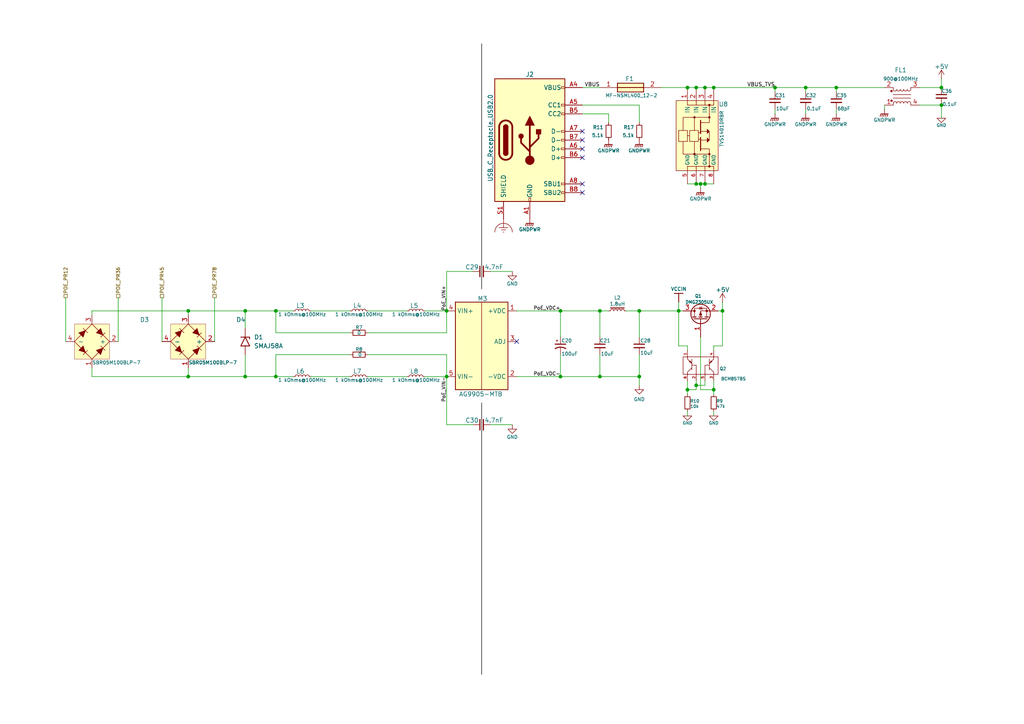
<source format=kicad_sch>
(kicad_sch (version 20250114) (generator "eeschema") (generator_version "9.0")
  (paper "A4")
  (lib_symbols
    (symbol "AG9905-MTB:AG9905-MTB"
      (property "Reference" "M" (at -4.318 3.81 0))
      (property "Value" "AG9905-MTB" (at -4.318 2.032 0))
      (symbol "AG9905-MTB_1_1"
        (rectangle (start -7.62 0) (end 7.62 -25.4) (stroke (width 0.254)) (fill (type background)))
        (polyline (pts (xy 0 0) (xy 0 -25.4)))
        (pin passive line (at -10.16 -2.54 0) (length 2.54) (name "VIN+") (number "4"))
        (pin passive line (at -10.16 -21.59 0) (length 2.54) (name "VIN-") (number "5"))
        (pin passive line (at 10.16 -2.54 180) (length 2.54) (name "+VDC") (number "1"))
        (pin passive line (at 10.16 -11.43 180) (length 2.54) (name "ADJ") (number "3"))
        (pin passive line (at 10.16 -21.59 180) (length 2.54) (name "-VDC") (number "2"))
      )
    )
    (symbol "Connector:USB_C_Receptacle_USB2.0" (pin_names (offset 1.016))
      (property "Reference" "J" (at -10.16 19.05 0))
      (property "Value" "USB_C_Receptacle_USB2.0" (at 19.05 19.05 0))
      (symbol "USB_C_Receptacle_USB2.0_0_0"
        (rectangle (start -0.254 -17.78) (end 0.254 -16.764))
        (rectangle (start 10.16 15.494) (end 9.144 14.986))
        (rectangle (start 10.16 10.414) (end 9.144 9.906))
        (rectangle (start 10.16 7.874) (end 9.144 7.366))
        (rectangle (start 10.16 2.794) (end 9.144 2.286))
        (rectangle (start 10.16 0.254) (end 9.144 -0.254))
        (rectangle (start 10.16 -2.286) (end 9.144 -2.794))
        (rectangle (start 10.16 -4.826) (end 9.144 -5.334))
        (rectangle (start 10.16 -12.446) (end 9.144 -12.954))
        (rectangle (start 10.16 -14.986) (end 9.144 -15.494))
      )
      (symbol "USB_C_Receptacle_USB2.0_0_1"
        (rectangle (start -10.16 17.78) (end 10.16 -17.78) (stroke (width 0.254)) (fill (type background)))
        (polyline (pts (xy -8.89 -3.81) (xy -8.89 3.81)) (stroke (width 0.508)))
        (rectangle (start -7.62 -3.81) (end -6.35 3.81) (stroke (width 0.254)) (fill (type outline)))
        (arc (start -7.62 3.81) (mid -6.985 4.4423) (end -6.35 3.81) (stroke (width 0.254)))
        (arc (start -7.62 3.81) (mid -6.985 4.4423) (end -6.35 3.81) (stroke (width 0.254)) (fill (type outline)))
        (arc (start -8.89 3.81) (mid -6.985 5.7067) (end -5.08 3.81) (stroke (width 0.508)))
        (arc (start -5.08 -3.81) (mid -6.985 -5.7067) (end -8.89 -3.81) (stroke (width 0.508)))
        (arc (start -6.35 -3.81) (mid -6.985 -4.4423) (end -7.62 -3.81) (stroke (width 0.254)))
        (arc (start -6.35 -3.81) (mid -6.985 -4.4423) (end -7.62 -3.81) (stroke (width 0.254)) (fill (type outline)))
        (polyline (pts (xy -5.08 3.81) (xy -5.08 -3.81)) (stroke (width 0.508)))
        (circle (center -2.54 1.143) (radius 0.635) (stroke (width 0.254)) (fill (type outline)))
        (polyline (pts (xy -1.27 4.318) (xy 0 6.858) (xy 1.27 4.318) (xy -1.27 4.318)) (stroke (width 0.254)) (fill (type outline)))
        (polyline (pts (xy 0 -2.032) (xy 2.54 0.508) (xy 2.54 1.778)) (stroke (width 0.508)))
        (polyline (pts (xy 0 -3.302) (xy -2.54 -0.762) (xy -2.54 0.508)) (stroke (width 0.508)))
        (polyline (pts (xy 0 -5.842) (xy 0 4.318)) (stroke (width 0.508)))
        (circle (center 0 -5.842) (radius 1.27) (fill (type outline)))
        (rectangle (start 1.905 1.778) (end 3.175 3.048) (stroke (width 0.254)) (fill (type outline)))
      )
      (symbol "USB_C_Receptacle_USB2.0_1_1"
        (pin passive line (at -7.62 -22.86 90) (length 5.08) (name "SHIELD") (number "S1"))
        (pin passive line (at 0 -22.86 90) (length 5.08) (name "GND") (number "A1"))
        (pin passive line (at 0 -22.86 90) (length 5.08) (hide yes) (name "GND") (number "A12"))
        (pin passive line (at 0 -22.86 90) (length 5.08) (hide yes) (name "GND") (number "B1"))
        (pin passive line (at 0 -22.86 90) (length 5.08) (hide yes) (name "GND") (number "B12"))
        (pin passive line (at 15.24 15.24 180) (length 5.08) (name "VBUS") (number "A4"))
        (pin passive line (at 15.24 15.24 180) (length 5.08) (hide yes) (name "VBUS") (number "A9"))
        (pin passive line (at 15.24 15.24 180) (length 5.08) (hide yes) (name "VBUS") (number "B4"))
        (pin passive line (at 15.24 15.24 180) (length 5.08) (hide yes) (name "VBUS") (number "B9"))
        (pin bidirectional line (at 15.24 10.16 180) (length 5.08) (name "CC1") (number "A5"))
        (pin bidirectional line (at 15.24 7.62 180) (length 5.08) (name "CC2") (number "B5"))
        (pin bidirectional line (at 15.24 2.54 180) (length 5.08) (name "D-") (number "A7"))
        (pin bidirectional line (at 15.24 0 180) (length 5.08) (name "D-") (number "B7"))
        (pin bidirectional line (at 15.24 -2.54 180) (length 5.08) (name "D+") (number "A6"))
        (pin bidirectional line (at 15.24 -5.08 180) (length 5.08) (name "D+") (number "B6"))
        (pin bidirectional line (at 15.24 -12.7 180) (length 5.08) (name "SBU1") (number "A8"))
        (pin bidirectional line (at 15.24 -15.24 180) (length 5.08) (name "SBU2") (number "B8"))
      )
    )
    (symbol "Device:C_Polarized_Small_US" (pin_numbers (hide yes)) (pin_names (offset 0.254) (hide yes))
      (property "Reference" "C" (at 0.254 1.778 0))
      (property "Value" "C_Polarized_Small_US" (at 0.254 -2.032 0))
      (symbol "C_Polarized_Small_US_0_1"
        (polyline (pts (xy -1.524 0.508) (xy 1.524 0.508)) (stroke (width 0.3048)))
        (polyline (pts (xy -1.27 1.524) (xy -0.762 1.524)))
        (polyline (pts (xy -1.016 1.27) (xy -1.016 1.778)))
        (arc (start -1.524 -0.762) (mid 0 -0.3734) (end 1.524 -0.762) (stroke (width 0.3048)))
      )
      (symbol "C_Polarized_Small_US_1_1"
        (pin passive line (at 0 2.54 270) (length 2.032) (name "~") (number "1"))
        (pin passive line (at 0 -2.54 90) (length 2.032) (name "~") (number "2"))
      )
    )
    (symbol "Device:C_Small" (pin_numbers (hide yes)) (pin_names (offset 0.254) (hide yes))
      (property "Reference" "C" (at 0.254 1.778 0))
      (property "Value" "C_Small" (at 0.254 -2.032 0))
      (symbol "C_Small_0_1"
        (polyline (pts (xy -1.524 0.508) (xy 1.524 0.508)) (stroke (width 0.3048)))
        (polyline (pts (xy -1.524 -0.508) (xy 1.524 -0.508)) (stroke (width 0.3302)))
      )
      (symbol "C_Small_1_1"
        (pin passive line (at 0 2.54 270) (length 2.032) (name "~") (number "1"))
        (pin passive line (at 0 -2.54 90) (length 2.032) (name "~") (number "2"))
      )
    )
    (symbol "Device:Filter_EMI_LL_1423" (pin_names (hide yes))
      (property "Reference" "FL" (at 0 4.445 0))
      (property "Value" "Filter_EMI_LL_1423" (at 0 -4.445 0))
      (symbol "Filter_EMI_LL_1423_0_1"
        (circle (center -3.048 1.524) (radius 0.254) (fill (type outline)))
        (circle (center -3.048 -1.27) (radius 0.254) (fill (type outline)))
        (polyline (pts (xy -2.54 2.032) (xy -2.54 2.54)))
        (polyline (pts (xy -2.54 0.508) (xy 2.54 0.508)))
        (polyline (pts (xy -2.54 -2.032) (xy -2.54 -2.54)))
        (arc (start -1.524 2.032) (mid -2.032 1.5262) (end -2.54 2.032))
        (arc (start -2.54 -2.032) (mid -2.032 -1.5262) (end -1.524 -2.032))
        (arc (start -0.508 2.032) (mid -1.016 1.5262) (end -1.524 2.032))
        (arc (start -1.524 -2.032) (mid -1.016 -1.5262) (end -0.508 -2.032))
        (arc (start 0.508 2.032) (mid 0 1.5262) (end -0.508 2.032))
        (arc (start -0.508 -2.032) (mid 0 -1.5262) (end 0.508 -2.032))
        (arc (start 1.524 2.032) (mid 1.016 1.5262) (end 0.508 2.032))
        (arc (start 0.508 -2.032) (mid 1.016 -1.5262) (end 1.524 -2.032))
        (arc (start 2.54 2.032) (mid 2.032 1.5262) (end 1.524 2.032))
        (arc (start 1.524 -2.032) (mid 2.032 -1.5262) (end 2.54 -2.032))
        (polyline (pts (xy 2.54 2.54) (xy 2.54 2.032)))
        (polyline (pts (xy 2.54 -0.508) (xy -2.54 -0.508)))
        (polyline (pts (xy 2.54 -2.032) (xy 2.54 -2.54)))
      )
      (symbol "Filter_EMI_LL_1423_1_1"
        (pin passive line (at -5.08 2.54 0) (length 2.54) (name "2") (number "2"))
        (pin passive line (at -5.08 -2.54 0) (length 2.54) (name "1") (number "1"))
        (pin passive line (at 5.08 2.54 180) (length 2.54) (name "3") (number "3"))
        (pin passive line (at 5.08 -2.54 180) (length 2.54) (name "4") (number "4"))
      )
    )
    (symbol "Device:L_Iron_Small" (pin_numbers (hide yes)) (pin_names (offset 0.254) (hide yes))
      (property "Reference" "L" (at 1.27 1.016 0))
      (property "Value" "L_Iron_Small" (at 1.27 -1.27 0))
      (symbol "L_Iron_Small_0_1"
        (arc (start 0 2.032) (mid 0.5058 1.524) (end 0 1.016))
        (arc (start 0 1.016) (mid 0.5058 0.508) (end 0 0))
        (arc (start 0 0) (mid 0.5058 -0.508) (end 0 -1.016))
        (arc (start 0 -1.016) (mid 0.5058 -1.524) (end 0 -2.032))
        (polyline (pts (xy 0.762 2.032) (xy 0.762 -2.032)))
        (polyline (pts (xy 1.016 -2.032) (xy 1.016 2.032)))
      )
      (symbol "L_Iron_Small_1_1"
        (pin passive line (at 0 2.54 270) (length 0.508) (name "~") (number "1"))
        (pin passive line (at 0 -2.54 90) (length 0.508) (name "~") (number "2"))
      )
    )
    (symbol "Device:L_Small" (pin_numbers (hide yes)) (pin_names (offset 0.254) (hide yes))
      (property "Reference" "L" (at 0.762 1.016 0))
      (property "Value" "L_Small" (at 0.762 -1.016 0))
      (symbol "L_Small_0_1"
        (arc (start 0 2.032) (mid 0.5058 1.524) (end 0 1.016))
        (arc (start 0 1.016) (mid 0.5058 0.508) (end 0 0))
        (arc (start 0 0) (mid 0.5058 -0.508) (end 0 -1.016))
        (arc (start 0 -1.016) (mid 0.5058 -1.524) (end 0 -2.032))
      )
      (symbol "L_Small_1_1"
        (pin passive line (at 0 2.54 270) (length 0.508) (name "~") (number "1"))
        (pin passive line (at 0 -2.54 90) (length 0.508) (name "~") (number "2"))
      )
    )
    (symbol "Device:R_Small" (pin_numbers (hide yes)) (pin_names (offset 0.254) (hide yes))
      (property "Reference" "R" (at 0.762 0.508 0))
      (property "Value" "R_Small" (at 0.762 -1.016 0))
      (symbol "R_Small_0_1"
        (rectangle (start -0.762 1.778) (end 0.762 -1.778) (stroke (width 0.2032)))
      )
      (symbol "R_Small_1_1"
        (pin passive line (at 0 2.54 270) (length 0.762) (name "~") (number "1"))
        (pin passive line (at 0 -2.54 90) (length 0.762) (name "~") (number "2"))
      )
    )
    (symbol "Diode:SMAJ58A" (pin_numbers (hide yes)) (pin_names (offset 1.016) (hide yes))
      (property "Reference" "D" (at 0 2.54 0))
      (property "Value" "SMAJ58A" (at 0 -2.54 0))
      (symbol "SMAJ58A_0_1"
        (polyline (pts (xy -0.762 1.27) (xy -1.27 1.27) (xy -1.27 -1.27)) (stroke (width 0.254)))
        (polyline (pts (xy 1.27 1.27) (xy 1.27 -1.27) (xy -1.27 0) (xy 1.27 1.27)) (stroke (width 0.254)))
      )
      (symbol "SMAJ58A_1_1"
        (pin passive line (at -3.81 0 0) (length 2.54) (name "A1") (number "1"))
        (pin passive line (at 3.81 0 180) (length 2.54) (name "A2") (number "2"))
      )
    )
    (symbol "MF-NSML400:MF-NSML400_12-2" (pin_names (hide yes))
      (property "Reference" "F" (at 13.97 6.35 0))
      (property "Value" "MF-NSML400_12-2" (at 13.97 3.81 0))
      (symbol "MF-NSML400_12-2_1_1"
        (rectangle (start 5.08 1.27) (end 12.7 -1.27) (stroke (width 0.254)) (fill (type background)))
        (polyline (pts (xy 5.08 0) (xy 12.7 0)) (stroke (width 0.254)))
        (pin passive line (at 0 0 0) (length 5.08) (name "1") (number "1"))
        (pin passive line (at 17.78 0 180) (length 5.08) (name "2") (number "2"))
      )
    )
    (symbol "Periph-altium-import:VCCIN" (power)
      (property "Reference" "#PWR" (at 0 0 0))
      (property "Value" "VCCIN" (at 0 3.81 0))
      (symbol "VCCIN_0_0"
        (polyline (pts (xy -1.27 -2.54) (xy 1.27 -2.54)) (stroke (width 0.254)))
        (polyline (pts (xy 0 0) (xy 0 -2.54)) (stroke (width 0.254)))
        (pin power_in line (at 0 0 0) (length 0) (hide yes) (name "VCCIN") (number ""))
      )
    )
    (symbol "SBR05M100BLP:SBR05M100BLP-7" (pin_names (offset 1.016))
      (property "Reference" "D" (at 5.08 5.08 0))
      (property "Value" "SBR05M100BLP-7" (at 5.08 -10.16 0))
      (symbol "SBR05M100BLP-7_0_1"
        (polyline (pts (xy -5.08 0) (xy 0 -5.08) (xy 5.08 0) (xy 0 5.08) (xy -5.08 0)))
        (polyline (pts (xy -2.54 3.81) (xy -1.27 2.54)))
        (polyline (pts (xy -1.27 -2.54) (xy -2.54 -3.81)))
        (polyline (pts (xy 2.54 1.27) (xy 3.81 2.54)))
        (polyline (pts (xy 2.54 -1.27) (xy 3.81 -2.54)))
      )
      (symbol "SBR05M100BLP-7_1_1"
        (rectangle (start -5.08 5.08) (end 5.08 -5.08) (stroke (width 0.0025)) (fill (type background)))
        (polyline (pts (xy -3.81 2.54) (xy -2.54 1.27) (xy -1.905 3.175) (xy -3.81 2.54)) (fill (type outline)))
        (polyline (pts (xy -2.54 -1.27) (xy -3.81 -2.54) (xy -1.905 -3.175) (xy -2.54 -1.27)) (fill (type outline)))
        (polyline (pts (xy 1.27 2.54) (xy 2.54 3.81) (xy 3.175 1.905) (xy 1.27 2.54)) (fill (type outline)))
        (polyline (pts (xy 3.175 -1.905) (xy 1.27 -2.54) (xy 2.54 -3.81) (xy 3.175 -1.905)) (fill (type outline)))
        (pin passive line (at -7.62 0 0) (length 2.54) (name "-") (number "4"))
        (pin passive line (at 0 7.62 270) (length 2.54) (name "~") (number "3"))
        (pin passive line (at 0 -7.62 90) (length 2.54) (name "~") (number "1"))
        (pin passive line (at 7.62 0 180) (length 2.54) (name "+") (number "2"))
      )
    )
    (symbol "TVS1401:TVS1401DRBR" (pin_names (offset 0.254))
      (property "Reference" "U" (at 25.4 10.16 0))
      (property "Value" "TVS1401DRBR" (at 25.4 7.62 0))
      (symbol "TVS1401DRBR_0_1"
        (polyline (pts (xy 0 -5.08) (xy 2.54 -5.08) (xy 2.54 -2.54)))
        (polyline (pts (xy 0 -10.16) (xy 2.54 -10.16) (xy 2.54 -7.62) (xy 0 -7.62)))
        (polyline (pts (xy 1.27 -12.7) (xy 0 -12.7)))
        (polyline (pts (xy 2.54 0) (xy 2.54 0)))
        (polyline (pts (xy 2.54 -2.54) (xy 2.54 0)))
        (polyline (pts (xy 2.54 -17.78) (xy 2.54 -13.97) (xy 2.54 -12.7) (xy 1.27 -12.7)))
      )
      (symbol "TVS1401DRBR_1_1"
        (rectangle (start -7.112 1.27) (end 5.08 -19.05) (fill (type background)))
        (rectangle (start -6.35 -7.366) (end -3.81 -10.541))
        (polyline (pts (xy -5.08 -10.668) (xy -5.08 -14.224) (xy 2.54 -14.224)))
        (polyline (pts (xy -3.302 -8.89) (xy -3.81 -8.89)))
        (rectangle (start -3.175 -7.366) (end -0.635 -10.541))
        (circle (center -1.778 -3.556) (radius 0.254) (fill (type outline)))
        (polyline (pts (xy -1.778 -3.556) (xy -1.778 -7.366)))
        (polyline (pts (xy -1.778 -10.668) (xy -1.778 -14.224)))
        (circle (center -1.778 -14.224) (radius 0.254) (fill (type outline)))
        (polyline (pts (xy -0.635 -8.001) (xy 0 -8.001)))
        (polyline (pts (xy -0.635 -9.906) (xy 0 -9.906)))
        (polyline (pts (xy 0 -4.445) (xy 0 -8.255)) (stroke (width 0.3)))
        (polyline (pts (xy 0 -9.398) (xy 0 -13.208)) (stroke (width 0.3)))
        (circle (center 2.54 0) (radius 0.254) (fill (type outline)))
        (polyline (pts (xy 2.54 -3.556) (xy -5.08 -3.556) (xy -5.08 -7.366)))
        (circle (center 2.54 -3.556) (radius 0.254) (fill (type outline)))
        (polyline (pts (xy 2.54 -7.62) (xy 1.905 -6.985) (xy 1.905 -8.255) (xy 2.54 -7.62)) (fill (type outline)))
        (polyline (pts (xy 2.54 -10.16) (xy 1.905 -9.525) (xy 1.905 -10.795) (xy 2.54 -10.16)) (fill (type outline)))
        (circle (center 2.54 -14.224) (radius 0.254) (fill (type outline)))
        (circle (center 2.54 -17.78) (radius 0.254) (fill (type outline)))
        (polyline (pts (xy 3.81 0) (xy -3.81 0)))
        (polyline (pts (xy 3.81 -17.78) (xy -3.81 -17.78)))
        (pin input line (at -3.81 5.08 270) (length 5.08) (name "IN") (number "1"))
        (pin power_out line (at -3.81 -22.86 90) (length 5.08) (name "GND") (number "5"))
        (pin input line (at -1.27 5.08 270) (length 5.08) (name "IN") (number "2"))
        (pin power_out line (at -1.27 -22.86 90) (length 5.08) (name "GND") (number "6"))
        (pin input line (at 1.27 5.08 270) (length 5.08) (name "IN") (number "3"))
        (pin power_out line (at 1.27 -22.86 90) (length 5.08) (name "GND") (number "7"))
        (pin input line (at 3.81 5.08 270) (length 5.08) (name "IN") (number "4"))
        (pin power_out line (at 3.81 -22.86 90) (length 5.08) (name "GND") (number "8"))
        (pin no_connect line (at 5.08 -26.67 180) (length 5.08) (hide yes) (name "EPAD/FLOAT") (number "9"))
      )
    )
    (symbol "matrix_rpi-rescue:BCM_T-bcm_t-matrix_rpi-rescue" (pin_names (offset 1.016))
      (property "Reference" "Q" (at 8.636 -0.508 0))
      (property "Value" "matrix_rpi-rescue_BCM_T-bcm_t" (at 9.398 2.54 0))
      (symbol "BCM_T-bcm_t-matrix_rpi-rescue_0_1"
        (rectangle (start -5.08 3.175) (end 5.08 -1.905))
        (polyline (pts (xy -3.81 3.175) (xy -3.81 2.54) (xy -3.175 1.905) (xy -2.54 1.27)))
        (polyline (pts (xy -3.81 -1.905) (xy -3.81 -1.27) (xy -2.54 0)))
        (polyline (pts (xy -3.048 2.032) (xy -3.302 1.778) (xy -2.54 1.27) (xy -3.048 2.032)))
        (polyline (pts (xy -2.54 -0.635) (xy -2.54 2.54)))
        (polyline (pts (xy -1.27 -1.778) (xy -1.27 0.762) (xy -2.413 0.762)))
        (polyline (pts (xy 1.27 -1.778) (xy 1.27 0.762) (xy 2.54 0.762)))
        (polyline (pts (xy 2.54 2.54) (xy 2.54 -0.635)))
        (polyline (pts (xy 3.048 2.032) (xy 3.302 1.778) (xy 2.54 1.27) (xy 3.048 2.032)))
        (polyline (pts (xy 3.81 3.175) (xy 3.81 2.54) (xy 2.54 1.27)))
        (polyline (pts (xy 3.81 -1.905) (xy 3.81 -1.27) (xy 2.54 0)))
      )
      (symbol "BCM_T-bcm_t-matrix_rpi-rescue_1_1"
        (pin input line (at -3.81 5.08 270) (length 2.0828) (name "~") (number "1"))
        (pin input line (at -3.81 -3.81 90) (length 2.0828) (name "~") (number "6"))
        (pin input line (at -1.27 -3.81 90) (length 2.0828) (name "~") (number "2"))
        (pin input line (at 1.27 -3.81 90) (length 2.0828) (name "~") (number "5"))
        (pin input line (at 3.81 5.08 270) (length 2.0828) (name "~") (number "4"))
        (pin input line (at 3.81 -3.81 90) (length 2.0828) (name "~") (number "3"))
      )
    )
    (symbol "matrix_rpi-rescue:GND-crystal4p-matrix_rpi-rescue" (power) (pin_names (offset 0))
      (symbol "GND-crystal4p-matrix_rpi-rescue_0_1"
        (polyline (pts (xy -1.27 0) (xy 0 -1.27) (xy 1.27 0) (xy -1.27 0)))
      )
      (symbol "GND-crystal4p-matrix_rpi-rescue_1_1"
        (pin power_in line (at 0 0 90) (length 0) (hide yes) (name "GND") (number "1"))
      )
    )
    (symbol "matrix_rpi-rescue:Q_PMOS_GSD-matrix_rpi-rescue-matrix_rpi-rescue" (pin_names (offset 0) (hide yes))
      (property "Reference" "Q" (at 5.08 1.27 0))
      (property "Value" "matrix_rpi-rescue_Q_PMOS_GSD-matrix_rpi-rescue" (at 5.08 -1.27 0))
      (symbol "Q_PMOS_GSD-matrix_rpi-rescue-matrix_rpi-rescue_0_1"
        (polyline (pts (xy 0.0508 0) (xy 0.254 0)))
        (polyline (pts (xy 0.254 1.905) (xy 0.254 -1.905) (xy 0.254 -1.905)) (stroke (width 0.254)))
        (polyline (pts (xy 0.762 2.286) (xy 0.762 1.27)) (stroke (width 0.254)))
        (polyline (pts (xy 0.762 1.778) (xy 2.54 1.778)))
        (polyline (pts (xy 0.762 0.508) (xy 0.762 -0.508)) (stroke (width 0.254)))
        (polyline (pts (xy 0.762 0) (xy 2.54 0)))
        (polyline (pts (xy 0.762 -1.27) (xy 0.762 -2.286)) (stroke (width 0.254)))
        (polyline (pts (xy 0.762 -1.778) (xy 2.54 -1.778)))
        (circle (center 1.651 0) (radius 2.8194) (stroke (width 0.254)))
        (polyline (pts (xy 2.286 0) (xy 1.27 -0.381) (xy 1.27 0.381) (xy 2.286 0)) (fill (type outline)))
        (polyline (pts (xy 2.54 2.54) (xy 2.54 1.778)))
        (circle (center 2.54 1.778) (radius 0.2794) (fill (type outline)))
        (polyline (pts (xy 2.54 -1.778) (xy 2.54 0)))
        (polyline (pts (xy 2.54 -1.778) (xy 2.54 -2.54)))
        (polyline (pts (xy 2.54 -1.778) (xy 3.302 -1.778) (xy 3.302 1.778) (xy 2.54 1.778)))
        (circle (center 2.54 -1.778) (radius 0.2794) (fill (type outline)))
        (polyline (pts (xy 2.794 -0.508) (xy 2.921 -0.381) (xy 3.683 -0.381) (xy 3.81 -0.254)))
        (polyline (pts (xy 3.302 -0.381) (xy 2.921 0.254) (xy 3.683 0.254) (xy 3.302 -0.381)))
      )
      (symbol "Q_PMOS_GSD-matrix_rpi-rescue-matrix_rpi-rescue_1_1"
        (pin input line (at -5.08 0 0) (length 5.08) (name "G") (number "1"))
        (pin passive line (at 2.54 5.08 270) (length 2.54) (name "D") (number "3"))
        (pin passive line (at 2.54 -5.08 90) (length 2.54) (name "S") (number "2"))
      )
    )
    (symbol "matrix_rpi-rescue:R_Small-matrix_rpi-rescue-matrix_rpi-rescue" (pin_numbers (hide yes)) (pin_names (offset 0.254) (hide yes))
      (property "Reference" "R" (at 0.762 0.508 0))
      (property "Value" "matrix_rpi-rescue_R_Small-matrix_rpi-rescue" (at 0.762 -1.016 0))
      (symbol "R_Small-matrix_rpi-rescue-matrix_rpi-rescue_0_1"
        (rectangle (start -0.762 1.778) (end 0.762 -1.778) (stroke (width 0.2032)))
      )
      (symbol "R_Small-matrix_rpi-rescue-matrix_rpi-rescue_1_1"
        (pin passive line (at 0 2.54 270) (length 0.762) (name "~") (number "1"))
        (pin passive line (at 0 -2.54 90) (length 0.762) (name "~") (number "2"))
      )
    )
    (symbol "power:+5V" (power) (pin_numbers (hide yes)) (pin_names (offset 0) (hide yes))
      (property "Value" "+5V" (at 0 3.556 0))
      (symbol "+5V_0_1"
        (polyline (pts (xy -0.762 1.27) (xy 0 2.54)))
        (polyline (pts (xy 0 2.54) (xy 0.762 1.27)))
        (polyline (pts (xy 0 0) (xy 0 2.54)))
      )
      (symbol "+5V_1_1"
        (pin power_in line (at 0 0 90) (length 0) (name "~") (number "1"))
      )
    )
    (symbol "power:Earth_Clean" (power) (pin_names (offset 0))
      (symbol "Earth_Clean_0_1"
        (polyline (pts (xy -0.635 -3.175) (xy 0.635 -3.175)))
        (polyline (pts (xy -0.127 -3.81) (xy 0.127 -3.81)))
        (polyline (pts (xy 0 -2.54) (xy 0 0)))
        (arc (start -2.54 -3.81) (mid 0 -1.281) (end 2.54 -3.81))
        (polyline (pts (xy 1.27 -2.54) (xy -1.27 -2.54)))
      )
      (symbol "Earth_Clean_1_1"
        (pin power_in line (at 0 0 270) (length 0) (hide yes) (name "Earth_Clean") (number "1"))
      )
    )
    (symbol "power:GND" (power) (pin_numbers (hide yes)) (pin_names (offset 0) (hide yes))
      (property "Value" "GND" (at 0 -3.81 0))
      (symbol "GND_0_1"
        (polyline (pts (xy 0 0) (xy 0 -1.27) (xy 1.27 -1.27) (xy 0 -2.54) (xy -1.27 -1.27) (xy 0 -1.27)))
      )
      (symbol "GND_1_1"
        (pin power_in line (at 0 0 270) (length 0) (name "~") (number "1"))
      )
    )
    (symbol "power:GNDPWR" (power) (pin_numbers (hide yes)) (pin_names (offset 0) (hide yes))
      (property "Value" "GNDPWR" (at 0 -3.302 0))
      (symbol "GNDPWR_0_1"
        (polyline (pts (xy -1.016 -1.27) (xy -1.27 -2.032) (xy -1.27 -2.032)) (stroke (width 0.2032)))
        (polyline (pts (xy -0.508 -1.27) (xy -0.762 -2.032) (xy -0.762 -2.032)) (stroke (width 0.2032)))
        (polyline (pts (xy 0 -1.27) (xy 0 0)))
        (polyline (pts (xy 0 -1.27) (xy -0.254 -2.032) (xy -0.254 -2.032)) (stroke (width 0.2032)))
        (polyline (pts (xy 0.508 -1.27) (xy 0.254 -2.032) (xy 0.254 -2.032)) (stroke (width 0.2032)))
        (polyline (pts (xy 1.016 -1.27) (xy -1.016 -1.27) (xy -1.016 -1.27)) (stroke (width 0.2032)))
        (polyline (pts (xy 1.016 -1.27) (xy 0.762 -2.032) (xy 0.762 -2.032) (xy 0.762 -2.032)) (stroke (width 0.2032)))
      )
      (symbol "GNDPWR_1_1"
        (pin power_in line (at 0 0 270) (length 0) (name "~") (number "1"))
      )
    )
  )
  (junction (at 199.39 25.4))
  (junction (at 203.2 53.34))
  (junction (at 173.99 90.17))
  (junction (at 233.68 25.4))
  (junction (at 207.01 113.03))
  (junction (at 209.55 90.17))
  (junction (at 80.01 109.22))
  (junction (at 204.47 53.34))
  (junction (at 185.42 90.17))
  (junction (at 201.93 25.4))
  (junction (at 54.61 109.22))
  (junction (at 242.57 25.4))
  (junction (at 129.54 90.17))
  (junction (at 224.79 25.4))
  (junction (at 196.85 90.17))
  (junction (at 80.01 90.17))
  (junction (at 162.56 90.17))
  (junction (at 173.99 109.22))
  (junction (at 71.12 109.22))
  (junction (at 273.05 25.4))
  (junction (at 204.47 25.4))
  (junction (at 129.54 109.22))
  (junction (at 273.05 30.48))
  (junction (at 207.01 25.4))
  (junction (at 201.93 53.34))
  (junction (at 201.93 111.76))
  (junction (at 54.61 90.17))
  (junction (at 185.42 109.22))
  (junction (at 71.12 90.17))
  (junction (at 162.56 109.22))
  (junction (at 199.39 113.03))
  (no_connect (at 168.91 40.64))
  (no_connect (at 168.91 55.88))
  (no_connect (at 168.91 43.18))
  (no_connect (at 168.91 53.34))
  (no_connect (at 149.86 99.06))
  (no_connect (at 168.91 45.72))
  (no_connect (at 168.91 38.1))
  (wire (pts (xy 26.67 109.22) (xy 26.67 106.68)))
  (wire (pts (xy 71.12 109.22) (xy 80.01 109.22)))
  (wire (pts (xy 54.61 109.22) (xy 71.12 109.22)))
  (wire (pts (xy 176.53 35.56) (xy 176.53 33.02)))
  (wire (pts (xy 201.93 25.4) (xy 204.47 25.4)))
  (wire (pts (xy 185.42 109.22) (xy 173.99 109.22)))
  (wire (pts (xy 204.47 53.34) (xy 207.01 53.34)))
  (wire (pts (xy 199.39 114.3) (xy 199.39 113.03)))
  (wire (pts (xy 203.2 53.34) (xy 203.2 54.61)))
  (wire (pts (xy 198.12 90.17) (xy 196.85 90.17)))
  (wire (pts (xy 26.67 90.17) (xy 54.61 90.17)))
  (wire (pts (xy 90.17 90.17) (xy 101.6 90.17)))
  (wire (pts (xy 137.16 78.74) (xy 129.54 78.74)))
  (wire (pts (xy 142.24 78.74) (xy 148.59 78.74)))
  (wire (pts (xy 181.61 90.17) (xy 185.42 90.17)))
  (wire (pts (xy 129.54 123.19) (xy 137.16 123.19)))
  (wire (pts (xy 185.42 35.56) (xy 185.42 30.48)))
  (wire (pts (xy 273.05 30.48) (xy 266.7 30.48)))
  (wire (pts (xy 233.68 33.02) (xy 233.68 31.75)))
  (wire (pts (xy 71.12 90.17) (xy 71.12 95.25)))
  (wire (pts (xy 173.99 97.79) (xy 173.99 90.17)))
  (wire (pts (xy 129.54 109.22) (xy 129.54 123.19)))
  (wire (pts (xy 224.79 33.02) (xy 224.79 31.75)))
  (wire (pts (xy 196.85 87.63) (xy 196.85 90.17)))
  (wire (pts (xy 242.57 25.4) (xy 256.54 25.4)))
  (wire (pts (xy 207.01 110.49) (xy 207.01 113.03)))
  (wire (pts (xy 273.05 25.4) (xy 266.7 25.4)))
  (wire (pts (xy 201.93 53.34) (xy 203.2 53.34)))
  (wire (pts (xy 233.68 26.67) (xy 233.68 25.4)))
  (wire (pts (xy 199.39 25.4) (xy 201.93 25.4)))
  (wire (pts (xy 106.68 96.52) (xy 129.54 96.52)))
  (wire (pts (xy 242.57 26.67) (xy 242.57 25.4)))
  (wire (pts (xy 168.91 25.4) (xy 173.99 25.4)))
  (wire (pts (xy 106.68 102.87) (xy 129.54 102.87)))
  (wire (pts (xy 173.99 90.17) (xy 162.56 90.17)))
  (wire (pts (xy 168.91 33.02) (xy 176.53 33.02)))
  (wire (pts (xy 129.54 78.74) (xy 129.54 90.17)))
  (wire (pts (xy 162.56 109.22) (xy 162.56 102.87)))
  (wire (pts (xy 208.28 90.17) (xy 209.55 90.17)))
  (wire (pts (xy 209.55 87.63) (xy 209.55 90.17)))
  (wire (pts (xy 185.42 90.17) (xy 185.42 97.79)))
  (wire (pts (xy 207.01 100.33) (xy 207.01 101.6)))
  (wire (pts (xy 203.2 97.79) (xy 203.2 113.03)))
  (wire (pts (xy 168.91 30.48) (xy 185.42 30.48)))
  (wire (pts (xy 101.6 96.52) (xy 80.01 96.52)))
  (wire (pts (xy 149.86 109.22) (xy 162.56 109.22)))
  (wire (pts (xy 162.56 90.17) (xy 149.86 90.17)))
  (wire (pts (xy 199.39 120.65) (xy 199.39 119.38)))
  (wire (pts (xy 199.39 100.33) (xy 196.85 100.33)))
  (wire (pts (xy 129.54 102.87) (xy 129.54 109.22)))
  (wire (pts (xy 80.01 90.17) (xy 85.09 90.17)))
  (wire (pts (xy 185.42 102.87) (xy 185.42 109.22)))
  (wire (pts (xy 199.39 110.49) (xy 199.39 113.03)))
  (wire (pts (xy 273.05 25.4) (xy 273.05 22.86)))
  (wire (pts (xy 80.01 96.52) (xy 80.01 90.17)))
  (wire (pts (xy 204.47 25.4) (xy 207.01 25.4)))
  (wire (pts (xy 34.29 86.36) (xy 34.29 99.06)))
  (wire (pts (xy 204.47 110.49) (xy 204.47 111.76)))
  (wire (pts (xy 201.93 111.76) (xy 204.47 111.76)))
  (wire (pts (xy 162.56 97.79) (xy 162.56 90.17)))
  (wire (pts (xy 191.77 25.4) (xy 199.39 25.4)))
  (wire (pts (xy 273.05 34.29) (xy 273.05 30.48)))
  (wire (pts (xy 54.61 109.22) (xy 26.67 109.22)))
  (wire (pts (xy 26.67 91.44) (xy 26.67 90.17)))
  (wire (pts (xy 90.17 109.22) (xy 101.6 109.22)))
  (wire (pts (xy 201.93 111.76) (xy 201.93 113.03)))
  (wire (pts (xy 185.42 90.17) (xy 196.85 90.17)))
  (wire (pts (xy 201.93 113.03) (xy 199.39 113.03)))
  (wire (pts (xy 242.57 25.4) (xy 233.68 25.4)))
  (wire (pts (xy 123.19 90.17) (xy 129.54 90.17)))
  (wire (pts (xy 224.79 26.67) (xy 224.79 25.4)))
  (wire (pts (xy 54.61 106.68) (xy 54.61 109.22)))
  (wire (pts (xy 185.42 111.76) (xy 185.42 109.22)))
  (wire (pts (xy 203.2 53.34) (xy 204.47 53.34)))
  (wire (pts (xy 62.23 86.36) (xy 62.23 99.06)))
  (wire (pts (xy 199.39 53.34) (xy 201.93 53.34)))
  (wire (pts (xy 233.68 25.4) (xy 224.79 25.4)))
  (wire (pts (xy 207.01 114.3) (xy 207.01 113.03)))
  (wire (pts (xy 54.61 90.17) (xy 54.61 91.44)))
  (wire (pts (xy 54.61 90.17) (xy 71.12 90.17)))
  (wire (pts (xy 106.68 109.22) (xy 118.11 109.22)))
  (wire (pts (xy 142.24 123.19) (xy 148.59 123.19)))
  (wire (pts (xy 256.54 31.75) (xy 256.54 30.48)))
  (wire (pts (xy 207.01 100.33) (xy 209.55 100.33)))
  (wire (pts (xy 199.39 100.33) (xy 199.39 101.6)))
  (wire (pts (xy 71.12 90.17) (xy 80.01 90.17)))
  (wire (pts (xy 176.53 90.17) (xy 173.99 90.17)))
  (polyline (pts (xy 139.7 116.84) (xy 139.7 195.58)) (stroke (width 0) (color 0 0 0 0.23)))
  (wire (pts (xy 196.85 90.17) (xy 196.85 100.33)))
  (wire (pts (xy 201.93 110.49) (xy 201.93 111.76)))
  (wire (pts (xy 101.6 102.87) (xy 80.01 102.87)))
  (wire (pts (xy 173.99 109.22) (xy 173.99 102.87)))
  (wire (pts (xy 207.01 25.4) (xy 224.79 25.4)))
  (wire (pts (xy 242.57 33.02) (xy 242.57 31.75)))
  (wire (pts (xy 106.68 90.17) (xy 118.11 90.17)))
  (wire (pts (xy 46.99 86.36) (xy 46.99 99.06)))
  (wire (pts (xy 80.01 109.22) (xy 85.09 109.22)))
  (wire (pts (xy 209.55 100.33) (xy 209.55 90.17)))
  (polyline (pts (xy 139.7 12.7) (xy 139.7 83.82)) (stroke (width 0) (color 0 0 0 0.23)))
  (wire (pts (xy 19.05 86.36) (xy 19.05 99.06)))
  (wire (pts (xy 129.54 96.52) (xy 129.54 90.17)))
  (wire (pts (xy 123.19 109.22) (xy 129.54 109.22)))
  (wire (pts (xy 80.01 102.87) (xy 80.01 109.22)))
  (wire (pts (xy 162.56 109.22) (xy 173.99 109.22)))
  (wire (pts (xy 71.12 102.87) (xy 71.12 109.22)))
  (wire (pts (xy 207.01 120.65) (xy 207.01 119.38)))
  (wire (pts (xy 203.2 113.03) (xy 207.01 113.03)))
  (label "PoE_VIN-" (at 129.54 109.22 270) (effects (font (size 1 1))))
  (label "VBUS_TVS" (at 224.79 25.4 180) (effects (font (size 1.1 1.1))))
  (label "PoE_VIN+" (at 129.54 90.17 90) (effects (font (size 1 1))))
  (label "PoE_VDC-" (at 162.56 109.22 180) (effects (font (size 1 1))))
  (label "VBUS" (at 173.99 25.4 180) (effects (font (size 1.1 1.1))))
  (label "PoE_VDC+" (at 162.56 90.17 180) (effects (font (size 1 1))))
  (hierarchical_label "POE_PR36" (shape passive) (at 34.29 86.36 90) (effects (font (size 1 1))))
  (hierarchical_label "POE_PR45" (shape passive) (at 46.99 86.36 90) (effects (font (size 1 1))))
  (hierarchical_label "POE_PR78" (shape passive) (at 62.23 86.36 90) (effects (font (size 1 1))))
  (hierarchical_label "POE_PR12" (shape passive) (at 19.05 86.36 90) (effects (font (size 1 1))))
  (symbol (lib_id "Device:L_Small") (at 104.14 109.22 90) (unit 1)
    (property "Reference" "L7" (at 103.632 107.696 90))
    (property "Value" "1 kOhms@100MHz" (at 104.14 110.236 90) (effects (font (size 1 1))))
    (property "Footprint" "Inductor_SMD:L_0805_2012Metric" (effects (hide yes)))
    (property "Description" "Inductor, small symbol" (effects (hide yes)))
    (property "ManufacturerPartNumber" "742792096" (effects (hide yes)))
    (property "LCSC" "C85835" (effects (hide yes)))
    (property "Manufacturer_Part_Number" " BLM21AG102SN1D" (effects (hide yes)))
  )
  (symbol (lib_id "power:GNDPWR") (at 185.42 40.64 0) (unit 1)
    (property "Reference" "#PWR079" (effects (hide yes)))
    (property "Value" "GNDPWR" (at 185.42 43.688 0) (effects (font (size 1 1))))
    (property "Description" "Power symbol creates a global label with name \"GNDPWR\" , global ground" (effects (hide yes)))
  )
  (symbol (lib_id "Device:R_Small") (at 104.14 102.87 90) (mirror x) (unit 1)
    (property "Reference" "R8" (at 104.14 101.346 90) (effects (font (size 1 1))))
    (property "Value" "0" (at 104.394 102.87 90) (effects (font (size 1 1))))
    (property "Footprint" "Resistor_SMD:R_0603_1608Metric" (effects (hide yes)))
    (property "Description" "Resistor, small symbol" (effects (hide yes)))
    (property "LCSC" "C21189" (effects (hide yes)))
  )
  (symbol (lib_id "Device:Filter_EMI_LL_1423") (at 261.62 27.94 0) (unit 1)
    (property "Reference" "FL1" (at 261.239 20.32 0))
    (property "Value" "900@100MHz" (at 261.239 22.86 0) (effects (font (size 1 1))))
    (property "Footprint" "smd:ACM4520_TDK" (effects (hide yes)))
    (property "Description" "EMI 2-inductor filter, pin-connections 1-4 and 2-3" (effects (hide yes)))
    (property "ManufacturerPartNumber" "ACM4520-901-2P-T000" (effects (hide yes)))
    (property "LCSC" "C41519" (effects (hide yes)))
    (property "Manufacturer_Part_Number" "C41519" (effects (hide yes)))
  )
  (symbol (lib_id "Device:C_Small") (at 224.79 29.21 0) (unit 1)
    (property "Reference" "C31" (at 224.79 27.686 0) (effects (font (size 1 1)) (justify left)))
    (property "Value" "10uF" (at 225.044 31.496 0) (effects (font (size 1 1)) (justify left)))
    (property "Footprint" "Capacitor_SMD:C_0603_1608Metric" (effects (hide yes)))
    (property "Description" "Unpolarized capacitor, small symbol" (effects (hide yes)))
    (property "Manufacturer_Part_Number" "CL10A106KP8NNNC" (effects (hide yes)))
    (property "LCSC" "C19702" (effects (hide yes)))
  )
  (symbol (lib_id "power:GNDPWR") (at 203.2 54.61 0) (unit 1)
    (property "Reference" "#PWR074" (effects (hide yes)))
    (property "Value" "GNDPWR" (at 203.2 57.658 0) (effects (font (size 1 1))))
    (property "Description" "Power symbol creates a global label with name \"GNDPWR\" , global ground" (effects (hide yes)))
  )
  (symbol (lib_id "MF-NSML400:MF-NSML400_12-2") (at 173.99 25.4 0) (unit 1)
    (property "Reference" "F1" (at 182.626 22.86 0))
    (property "Value" "MF-NSML400_12-2" (at 183.134 27.686 0) (effects (font (size 1 1))))
    (property "Footprint" "smd:FUSC3216X120N" (effects (hide yes)))
    (property "Datasheet" "https://www.bourns.com/docs/product-datasheets/mf-nsml-x.pdf" (effects (hide yes)))
    (property "Description" "Resettable Fuses - PPTC 12V   4.0A-HD   50A     MAX" (effects (hide yes)))
    (property "Mouser Price/Stock" "https://www.mouser.co.uk/ProductDetail/Bourns/MF-NSML400-12-2?qs=u16ybLDytRa6CgaxACCS9w%3D%3D" (effects (hide yes)))
    (property "Manufacturer_Name" "Bourns" (effects (hide yes)))
    (property "Manufacturer_Part_Number" "MF-NSML400/12-2" (effects (hide yes)))
    (property "LCSC" "C2760306" (effects (hide yes)))
  )
  (symbol (lib_id "Device:R_Small") (at 104.14 96.52 90) (unit 1)
    (property "Reference" "R7" (at 104.14 94.996 90) (effects (font (size 1 1))))
    (property "Value" "0" (at 104.14 96.52 90) (effects (font (size 1 1))))
    (property "Footprint" "Resistor_SMD:R_0603_1608Metric" (effects (hide yes)))
    (property "Description" "Resistor, small symbol" (effects (hide yes)))
    (property "LCSC" "C21189" (effects (hide yes)))
  )
  (symbol (lib_id "Connector:USB_C_Receptacle_USB2.0") (at 153.67 40.64 0) (unit 1)
    (property "Reference" "J2" (at 153.67 21.59 0))
    (property "Value" "USB_C_Receptacle_USB2.0" (at 142.24 40.005 90))
    (property "Footprint" "Connector_USB:USB_C_Receptacle_GCT_USB4085" (effects (hide yes)))
    (property "Datasheet" "https://www.usb.org/sites/default/files/documents/usb_type-c.zip" (effects (hide yes)))
    (property "Manufacturer_Part_Number" "USB4085-GF-A" (effects (hide yes)))
    (property "LCSC" "C7095263" (effects (hide yes)))
  )
  (symbol (lib_id "Device:L_Small") (at 87.63 90.17 90) (unit 1)
    (property "Reference" "L3" (at 87.122 88.646 90))
    (property "Value" "1 kOhms@100MHz" (at 87.63 91.186 90) (effects (font (size 1 1))))
    (property "Footprint" "Inductor_SMD:L_0805_2012Metric" (effects (hide yes)))
    (property "Description" "Inductor, small symbol" (effects (hide yes)))
    (property "ManufacturerPartNumber" "742792096" (effects (hide yes)))
    (property "LCSC" "C85835" (effects (hide yes)))
    (property "Manufacturer_Part_Number" " BLM21AG102SN1D" (effects (hide yes)))
  )
  (symbol (lib_id "matrix_rpi-rescue:GND-crystal4p-matrix_rpi-rescue") (at 273.05 34.29 0) (unit 1)
    (property "Reference" "#PWR070" (effects (hide yes)))
    (property "Value" "GND" (at 273.05 36.322 0) (effects (font (size 0.889 0.889))))
  )
  (symbol (lib_id "Device:R_Small") (at 185.42 38.1 0) (mirror y) (unit 1)
    (property "Reference" "R17" (at 183.9214 36.9316 0) (effects (font (size 1 1)) (justify left)))
    (property "Value" "5.1k" (at 183.9214 39.243 0) (effects (font (size 1 1)) (justify left)))
    (property "Footprint" "smd:R_0201_0603Metric" (effects (hide yes)))
    (property "Datasheet" "https://api.pim.na.industrial.panasonic.com/file_stream/main/fileversion/1242" (effects (hide yes)))
    (property "Manufacturer_Part_Number" "ERJ-1GNJ512C" (effects (hide yes)))
    (property "LCSC" "C270344" (effects (hide yes)))
  )
  (symbol (lib_id "Device:L_Iron_Small") (at 179.07 90.17 90) (unit 1)
    (property "Reference" "L2" (at 179.07 86.36 90) (effects (font (size 1 1))))
    (property "Value" "1.8uH" (at 179.07 88.138 90) (effects (font (size 1 1))))
    (property "Footprint" "Inductor_SMD:L_Changjiang_FNR4020S" (effects (hide yes)))
    (property "Description" "Inductor with iron core, small symbol" (effects (hide yes)))
    (property "ManufacturerPartNumber" "74438356018" (effects (hide yes)))
    (property "LCSC" "C167824" (effects (hide yes)))
  )
  (symbol (lib_id "Device:L_Small") (at 120.65 109.22 90) (unit 1)
    (property "Reference" "L8" (at 120.142 107.696 90))
    (property "Value" "1 kOhms@100MHz" (at 120.65 110.236 90) (effects (font (size 1 1))))
    (property "Footprint" "Inductor_SMD:L_0805_2012Metric" (effects (hide yes)))
    (property "Description" "Inductor, small symbol" (effects (hide yes)))
    (property "ManufacturerPartNumber" "742792096" (effects (hide yes)))
    (property "LCSC" "C85835" (effects (hide yes)))
    (property "Manufacturer_Part_Number" " BLM21AG102SN1D" (effects (hide yes)))
  )
  (symbol (lib_id "Device:C_Small") (at 139.7 78.74 90) (unit 1)
    (property "Reference" "C29" (at 136.906 77.47 90))
    (property "Value" "4.7nF" (at 143.256 77.47 90))
    (property "Footprint" "Capacitor_SMD:C_1206_3216Metric" (effects (hide yes)))
    (property "Description" "Unpolarized capacitor, small symbol" (effects (hide yes)))
    (property "LCSC" "C393168" (effects (hide yes)))
    (property "Manufacturer_Part_Number" "GRM3195C2A472JA01D" (effects (hide yes)))
  )
  (symbol (lib_id "AG9905-MTB:AG9905-MTB") (at 139.7 87.63 0) (unit 1)
    (property "Reference" "M3" (at 139.954 86.614 0))
    (property "Value" "AG9905-MTB" (at 139.446 114.3 0))
    (property "Footprint" "power:AG9905MTB" (effects (hide yes)))
    (property "Datasheet" "https://www.silvertel.com/images/datasheets/Ag9900M-datasheet-ultra-miniature-isolated-Power-over-Ethernet-POE-module.pdf" (effects (hide yes)))
    (property "Description" "Power over Ethernet - PoE PD Module, Isolated DC-DC converter, IEEE802.3af compliant, Over Temp. Protection, Ind Temp. Range, Small Footprint, SMT. (Blocks not pins)." (effects (hide yes)))
    (property "Mouser Price/Stock" "https://www.mouser.co.uk/ProductDetail/Silvertel/AG9905-MTB?qs=vvQtp7zwQdPQM58WrfW9tQ%3D%3D" (effects (hide yes)))
    (property "Manufacturer_Part_Number" "AG9905-MTB" (effects (hide yes)))
    (property "LCSC" "C7471304" (effects (hide yes)))
  )
  (symbol (lib_id "power:GNDPWR") (at 242.57 33.02 0) (unit 1)
    (property "Reference" "#PWR072" (effects (hide yes)))
    (property "Value" "GNDPWR" (at 242.57 36.068 0) (effects (font (size 1 1))))
    (property "Description" "Power symbol creates a global label with name \"GNDPWR\" , global ground" (effects (hide yes)))
  )
  (symbol (lib_id "Device:R_Small") (at 176.53 38.1 0) (mirror y) (unit 1)
    (property "Reference" "R11" (at 175.0314 36.9316 0) (effects (font (size 1 1)) (justify left)))
    (property "Value" "5.1k" (at 175.0314 39.243 0) (effects (font (size 1 1)) (justify left)))
    (property "Footprint" "smd:R_0201_0603Metric" (effects (hide yes)))
    (property "Datasheet" "https://api.pim.na.industrial.panasonic.com/file_stream/main/fileversion/1242" (effects (hide yes)))
    (property "Manufacturer_Part_Number" "ERJ-1GNJ512C" (effects (hide yes)))
    (property "LCSC" "C270344" (effects (hide yes)))
  )
  (symbol (lib_id "Device:C_Small") (at 173.99 100.33 0) (unit 1)
    (property "Reference" "C21" (at 173.99 98.806 0) (effects (font (size 1 1)) (justify left)))
    (property "Value" "10uF" (at 174.244 102.616 0) (effects (font (size 1 1)) (justify left)))
    (property "Footprint" "Capacitor_SMD:C_0603_1608Metric" (effects (hide yes)))
    (property "Description" "Unpolarized capacitor, small symbol" (effects (hide yes)))
    (property "Manufacturer_Part_Number" "CL10A106KP8NNNC" (effects (hide yes)))
    (property "LCSC" "C19702" (effects (hide yes)))
  )
  (symbol (lib_id "Device:C_Small") (at 242.57 29.21 0) (unit 1)
    (property "Reference" "C35" (at 242.57 27.686 0) (effects (font (size 1 1)) (justify left)))
    (property "Value" "68pF" (at 242.824 31.496 0) (effects (font (size 1 1)) (justify left)))
    (property "Footprint" "smd:C_0201_0603Metric" (effects (hide yes)))
    (property "Description" "Unpolarized capacitor, small symbol" (effects (hide yes)))
    (property "Manufacturer_Part_Number" "0201CG680J250NT" (effects (hide yes)))
    (property "LCSC" "C285057" (effects (hide yes)))
  )
  (symbol (lib_id "Device:L_Small") (at 120.65 90.17 90) (unit 1)
    (property "Reference" "L5" (at 120.142 88.646 90))
    (property "Value" "1 kOhms@100MHz" (at 120.65 91.186 90) (effects (font (size 1 1))))
    (property "Footprint" "Inductor_SMD:L_0805_2012Metric" (effects (hide yes)))
    (property "Description" "Inductor, small symbol" (effects (hide yes)))
    (property "ManufacturerPartNumber" "742792096" (effects (hide yes)))
    (property "LCSC" "C85835" (effects (hide yes)))
    (property "Manufacturer_Part_Number" " BLM21AG102SN1D" (effects (hide yes)))
  )
  (symbol (lib_id "power:GNDPWR") (at 176.53 40.64 0) (unit 1)
    (property "Reference" "#PWR078" (effects (hide yes)))
    (property "Value" "GNDPWR" (at 176.53 43.688 0) (effects (font (size 1 1))))
    (property "Description" "Power symbol creates a global label with name \"GNDPWR\" , global ground" (effects (hide yes)))
  )
  (symbol (lib_id "power:GND") (at 185.42 111.76 0) (unit 1)
    (property "Reference" "#PWR056" (effects (hide yes)))
    (property "Value" "GND" (at 185.42 115.824 0) (effects (font (size 1 1))))
    (property "Description" "Power symbol creates a global label with name \"GND\" , ground" (effects (hide yes)))
  )
  (symbol (lib_id "power:GNDPWR") (at 256.54 31.75 0) (unit 1)
    (property "Reference" "#PWR075" (effects (hide yes)))
    (property "Value" "GNDPWR" (at 256.54 34.798 0) (effects (font (size 1 1))))
    (property "Description" "Power symbol creates a global label with name \"GNDPWR\" , global ground" (effects (hide yes)))
  )
  (symbol (lib_id "Device:C_Small") (at 273.05 27.94 0) (unit 1)
    (property "Reference" "C36" (at 273.05 26.416 0) (effects (font (size 1 1)) (justify left)))
    (property "Value" "0.1uF" (at 273.304 30.226 0) (effects (font (size 1 1)) (justify left)))
    (property "Footprint" "smd:C_0201_0603Metric" (effects (hide yes)))
    (property "Datasheet" "https://mm.digikey.com/Volume0/opasdata/d220001/medias/docus/41/CL03A104KQ3NNNC_SS.pdf" (effects (hide yes)))
    (property "Description" "Unpolarized capacitor, small symbol" (effects (hide yes)))
    (property "Manufacturer_Part_Number" "0201X104K160NT" (effects (hide yes)))
    (property "LCSC" "C2846674" (effects (hide yes)))
  )
  (symbol (lib_id "Periph-altium-import:VCCIN") (at 196.85 87.63 0) (mirror x) (unit 1)
    (property "Reference" "#PWR064" (effects (hide yes)))
    (property "Value" "VCCIN" (at 196.85 83.82 0) (effects (font (size 1 1))))
  )
  (symbol (lib_id "Device:L_Small") (at 87.63 109.22 90) (unit 1)
    (property "Reference" "L6" (at 87.122 107.696 90))
    (property "Value" "1 kOhms@100MHz" (at 87.63 110.236 90) (effects (font (size 1 1))))
    (property "Footprint" "Inductor_SMD:L_0805_2012Metric" (effects (hide yes)))
    (property "Description" "Inductor, small symbol" (effects (hide yes)))
    (property "ManufacturerPartNumber" "742792096" (effects (hide yes)))
    (property "LCSC" "C85835" (effects (hide yes)))
    (property "Manufacturer_Part_Number" " BLM21AG102SN1D" (effects (hide yes)))
  )
  (symbol (lib_id "TVS1401:TVS1401DRBR") (at 203.2 30.48 0) (unit 1)
    (property "Reference" "U8" (at 209.804 30.226 0))
    (property "Value" "TVS1401DRBR" (at 209.296 37.338 90) (effects (font (size 1 1))))
    (property "Footprint" "smd:VSON8_DRB_TEX" (effects (hide yes)))
    (property "Datasheet" "TVS1401DRBR" (effects (hide yes)))
    (property "LCSC" "C1849891" (effects (hide yes)))
    (property "Manufacturer_Part_Number" " TVS1401DRBR" (effects (hide yes)))
  )
  (symbol (lib_id "Device:C_Small") (at 233.68 29.21 0) (unit 1)
    (property "Reference" "C32" (at 233.68 27.686 0) (effects (font (size 1 1)) (justify left)))
    (property "Value" "0.1uF" (at 233.934 31.496 0) (effects (font (size 1 1)) (justify left)))
    (property "Footprint" "smd:C_0201_0603Metric" (effects (hide yes)))
    (property "Datasheet" "https://mm.digikey.com/Volume0/opasdata/d220001/medias/docus/41/CL03A104KQ3NNNC_SS.pdf" (effects (hide yes)))
    (property "Description" "Unpolarized capacitor, small symbol" (effects (hide yes)))
    (property "Manufacturer_Part_Number" "0201X104K160NT" (effects (hide yes)))
    (property "LCSC" "C2846674" (effects (hide yes)))
  )
  (symbol (lib_id "Device:C_Polarized_Small_US") (at 162.56 100.33 0) (unit 1)
    (property "Reference" "C20" (at 162.814 98.806 0) (effects (font (size 1 1)) (justify left)))
    (property "Value" "100uF" (at 162.814 102.616 0) (effects (font (size 1 1)) (justify left)))
    (property "Footprint" "Capacitor_SMD:CP_Elec_6.3x5.9" (effects (hide yes)))
    (property "Description" "Polarized capacitor, small US symbol" (effects (hide yes)))
    (property "LCSC" "C37308" (effects (hide yes)))
    (property "Manufacturer_Part_Number" "RVT1C101M0605" (effects (hide yes)))
  )
  (symbol (lib_id "power:GNDPWR") (at 153.67 63.5 0) (unit 1)
    (property "Reference" "#PWR077" (effects (hide yes)))
    (property "Value" "GNDPWR" (at 153.67 66.548 0) (effects (font (size 1 1))))
    (property "Description" "Power symbol creates a global label with name \"GNDPWR\" , global ground" (effects (hide yes)))
  )
  (symbol (lib_id "matrix_rpi-rescue:GND-crystal4p-matrix_rpi-rescue") (at 199.39 120.65 0) (unit 1)
    (property "Reference" "#PWR063" (effects (hide yes)))
    (property "Value" "GND" (at 199.39 122.682 0) (effects (font (size 0.889 0.889))))
  )
  (symbol (lib_id "power:GND") (at 148.59 78.74 0) (unit 1)
    (property "Reference" "#PWR058" (effects (hide yes)))
    (property "Value" "GND" (at 148.59 82.296 0) (effects (font (size 1 1))))
    (property "Description" "Power symbol creates a global label with name \"GND\" , ground" (effects (hide yes)))
  )
  (symbol (lib_id "Device:L_Small") (at 104.14 90.17 90) (unit 1)
    (property "Reference" "L4" (at 103.632 88.646 90))
    (property "Value" "1 kOhms@100MHz" (at 104.14 91.186 90) (effects (font (size 1 1))))
    (property "Footprint" "Inductor_SMD:L_0805_2012Metric" (effects (hide yes)))
    (property "Description" "Inductor, small symbol" (effects (hide yes)))
    (property "ManufacturerPartNumber" "742792096" (effects (hide yes)))
    (property "LCSC" "C85835" (effects (hide yes)))
    (property "Manufacturer_Part_Number" " BLM21AG102SN1D" (effects (hide yes)))
  )
  (symbol (lib_id "Diode:SMAJ58A") (at 71.12 99.06 270) (unit 1)
    (property "Reference" "D1" (at 73.66 97.7899 90) (effects (justify left)))
    (property "Value" "SMAJ58A" (at 73.66 100.3299 90) (effects (justify left)))
    (property "Footprint" "Diode_SMD:D_SMA" (effects (hide yes)))
    (property "Datasheet" "https://www.littelfuse.com/media?resourcetype=datasheets&itemid=75e32973-b177-4ee3-a0ff-cedaf1abdb93&filename=smaj-datasheet" (effects (hide yes)))
    (property "Description" "400W unidirectional Transient Voltage Suppressor, 58.0Vr, SMA(DO-214AC)" (effects (hide yes)))
    (property "LCSC" "C10762" (effects (hide yes)))
    (property "Manufacturer_Part_Number" "SMAJ58A" (effects (hide yes)))
  )
  (symbol (lib_id "matrix_rpi-rescue:BCM_T-bcm_t-matrix_rpi-rescue") (at 203.2 106.68 0) (unit 1)
    (property "Reference" "Q2" (at 209.677 106.934 0) (effects (font (size 0.889 0.889))))
    (property "Value" "BCM857BS" (at 212.725 109.855 0) (effects (font (size 0.889 0.889))))
    (property "Footprint" "Package_TO_SOT_SMD:SOT-363_SC-70-6" (effects (hide yes)))
    (property "Datasheet" "https://www.diodes.com/assets/Datasheets/BCM857BS.pdf" (effects (hide yes)))
    (property "Manufacturer_Part_Number" "BCM857BS" (effects (hide yes)))
    (property "LCSC" "C20426291" (effects (hide yes)))
  )
  (symbol (lib_id "Device:C_Small") (at 139.7 123.19 90) (unit 1)
    (property "Reference" "C30" (at 136.906 121.92 90))
    (property "Value" "4.7nF" (at 143.256 121.92 90))
    (property "Footprint" "Capacitor_SMD:C_1206_3216Metric" (effects (hide yes)))
    (property "Description" "Unpolarized capacitor, small symbol" (effects (hide yes)))
    (property "LCSC" "C393168" (effects (hide yes)))
    (property "Manufacturer_Part_Number" "GRM3195C2A472JA01D" (effects (hide yes)))
  )
  (symbol (lib_id "Device:C_Small") (at 185.42 100.33 0) (unit 1)
    (property "Reference" "C28" (at 185.674 98.806 0) (effects (font (size 1 1)) (justify left)))
    (property "Value" "10uF" (at 185.674 102.362 0) (effects (font (size 1 1)) (justify left)))
    (property "Footprint" "Capacitor_SMD:C_0603_1608Metric" (effects (hide yes)))
    (property "Description" "Unpolarized capacitor, small symbol" (effects (hide yes)))
    (property "Manufacturer_Part_Number" "CL10A106KP8NNNC" (effects (hide yes)))
    (property "LCSC" "C19702" (effects (hide yes)))
  )
  (symbol (lib_id "power:Earth_Clean") (at 146.05 63.5 0) (unit 1)
    (property "Reference" "#PWR076" (effects (hide yes)))
    (property "Value" "Earth_Clean" (effects (hide yes)))
    (property "Description" "Power symbol creates a global label with name \"Earth_Clean\"" (effects (hide yes)))
  )
  (symbol (lib_id "power:GNDPWR") (at 233.68 33.02 0) (unit 1)
    (property "Reference" "#PWR068" (effects (hide yes)))
    (property "Value" "GNDPWR" (at 233.68 36.068 0) (effects (font (size 1 1))))
    (property "Description" "Power symbol creates a global label with name \"GNDPWR\" , global ground" (effects (hide yes)))
  )
  (symbol (lib_id "SBR05M100BLP:SBR05M100BLP-7") (at 26.67 99.06 0) (unit 1)
    (property "Reference" "D3" (at 41.91 92.7414 0))
    (property "Value" "SBR05M100BLP-7" (at 33.782 105.156 0) (effects (font (size 1 1))))
    (property "Footprint" "smd:RECTIFIER_SBR05M100BLP-7" (effects (hide yes)))
    (property "LCSC" "C443659" (effects (hide yes)))
    (property "Manufacturer_Part_Number" "SBR05M60BLP-7" (effects (hide yes)))
  )
  (symbol (lib_id "matrix_rpi-rescue:R_Small-matrix_rpi-rescue-matrix_rpi-rescue") (at 199.39 116.84 0) (unit 1)
    (property "Reference" "R10" (at 200.152 116.332 0) (effects (font (size 0.889 0.889)) (justify left)))
    (property "Value" "10k" (at 200.152 117.856 0) (effects (font (size 0.889 0.889)) (justify left)))
    (property "Footprint" "smd:R_0201_0603Metric" (effects (hide yes)))
    (property "Datasheet" "https://industrial.panasonic.com/cdbs/www-data/pdf/RDA0000/AOA0000C304.pdf" (effects (hide yes)))
    (property "Manufacturer_Part_Number" "ERJ-1GNF1002C" (effects (hide yes)))
    (property "LCSC" "C166388" (effects (hide yes)))
  )
  (symbol (lib_id "power:GNDPWR") (at 224.79 33.02 0) (unit 1)
    (property "Reference" "#PWR073" (effects (hide yes)))
    (property "Value" "GNDPWR" (at 224.79 36.068 0) (effects (font (size 1 1))))
    (property "Description" "Power symbol creates a global label with name \"GNDPWR\" , global ground" (effects (hide yes)))
  )
  (symbol (lib_id "power:GND") (at 148.59 123.19 0) (unit 1)
    (property "Reference" "#PWR057" (effects (hide yes)))
    (property "Value" "GND" (at 148.59 126.746 0) (effects (font (size 1 1))))
    (property "Description" "Power symbol creates a global label with name \"GND\" , ground" (effects (hide yes)))
  )
  (symbol (lib_id "matrix_rpi-rescue:R_Small-matrix_rpi-rescue-matrix_rpi-rescue") (at 207.01 116.84 0) (unit 1)
    (property "Reference" "R9" (at 207.772 116.332 0) (effects (font (size 0.889 0.889)) (justify left)))
    (property "Value" "47k" (at 207.772 117.856 0) (effects (font (size 0.889 0.889)) (justify left)))
    (property "Footprint" "smd:R_0201_0603Metric" (effects (hide yes)))
    (property "Datasheet" "https://industrial.panasonic.com/cdbs/www-data/pdf/RDA0000/AOA0000C304.pdf" (effects (hide yes)))
    (property "Manufacturer_Part_Number" "1GNF4702C" (effects (hide yes)))
    (property "LCSC" "C270345" (effects (hide yes)))
  )
  (symbol (lib_id "SBR05M100BLP:SBR05M100BLP-7") (at 54.61 99.06 0) (unit 1)
    (property "Reference" "D4" (at 69.85 92.7414 0))
    (property "Value" "SBR05M100BLP-7" (at 61.722 105.156 0) (effects (font (size 1 1))))
    (property "Footprint" "smd:RECTIFIER_SBR05M100BLP-7" (effects (hide yes)))
    (property "LCSC" "C443659" (effects (hide yes)))
    (property "Manufacturer_Part_Number" "SBR05M60BLP-7" (effects (hide yes)))
  )
  (symbol (lib_id "power:+5V") (at 209.55 87.63 0) (unit 1)
    (property "Reference" "#PWR015" (effects (hide yes)))
    (property "Value" "+5V" (at 209.55 84.074 0))
    (property "Description" "Power symbol creates a global label with name \"+5V\"" (effects (hide yes)))
  )
  (symbol (lib_id "matrix_rpi-rescue:GND-crystal4p-matrix_rpi-rescue") (at 207.01 120.65 0) (unit 1)
    (property "Reference" "#PWR065" (effects (hide yes)))
    (property "Value" "GND" (at 207.01 122.682 0) (effects (font (size 0.889 0.889))))
  )
  (symbol (lib_id "matrix_rpi-rescue:Q_PMOS_GSD-matrix_rpi-rescue-matrix_rpi-rescue") (at 203.2 92.71 90) (unit 1)
    (property "Reference" "Q1" (at 201.549 85.852 90) (effects (font (size 0.889 0.889)) (justify right)))
    (property "Value" "DMG2305UX" (at 198.755 87.63 90) (effects (font (size 0.889 0.889)) (justify right)))
    (property "Footprint" "Package_TO_SOT_SMD:SOT-23" (effects (hide yes)))
    (property "Datasheet" "https://www.diodes.com/assets/Datasheets/DMG2305UX.pdf" (effects (hide yes)))
    (property "Manufacturer_Part_Number" "DMG2305UX-7" (effects (hide yes)))
    (property "LCSC" "C150470" (effects (hide yes)))
  )
  (symbol (lib_id "power:+5V") (at 273.05 22.86 0) (unit 1)
    (property "Reference" "#PWR016" (effects (hide yes)))
    (property "Value" "+5V" (at 273.05 19.304 0))
    (property "Description" "Power symbol creates a global label with name \"+5V\"" (effects (hide yes)))
  )
)
</source>
